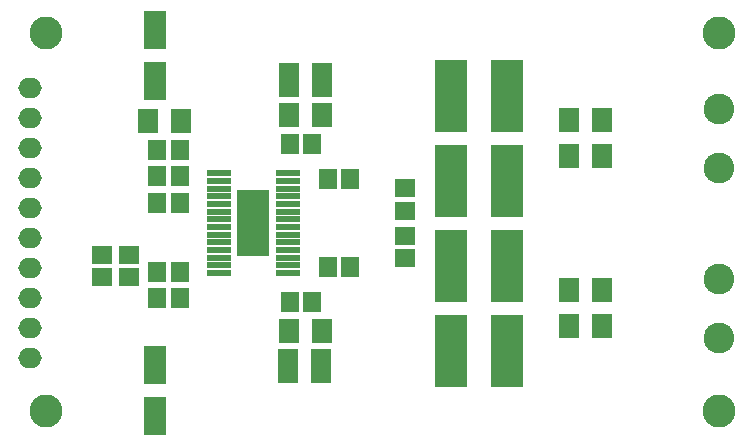
<source format=gbr>
G04 DipTrace 3.1.0.1*
G04 TAS5805Mbis2.TopMask.gbr*
%MOIN*%
G04 #@! TF.FileFunction,Soldermask,Top*
G04 #@! TF.Part,Single*
%ADD32C,0.11*%
%ADD42R,0.106457X0.224567*%
%ADD44R,0.078898X0.02378*%
%ADD46R,0.106457X0.244252*%
%ADD48C,0.10252*%
%ADD50O,0.078031X0.068031*%
%ADD52R,0.067087X0.059213*%
%ADD54R,0.059213X0.067087*%
%ADD56R,0.071024X0.078898*%
%ADD58R,0.071024X0.114331*%
%ADD60R,0.072992X0.130079*%
%FSLAX26Y26*%
G04*
G70*
G90*
G75*
G01*
G04 TopMask*
%LPD*%
D60*
X914003Y534488D3*
Y703780D3*
D58*
X1358885Y699843D3*
X1469121D3*
D56*
X1360853Y817953D3*
X1471089D3*
D54*
X1364790Y912441D3*
X1439593D3*
D60*
X915971Y1819921D3*
Y1650630D3*
D58*
X1360853Y1654567D3*
X1471089D3*
D56*
X1360853Y1536457D3*
X1471089D3*
D54*
X1364790Y1441969D3*
X1439593D3*
D56*
X893136Y1516772D3*
X1003373D3*
D54*
X922664Y1422283D3*
X997467D3*
Y1245118D3*
X922664D3*
Y926220D3*
X997467D3*
X1566365Y1323858D3*
X1491562D3*
D52*
X1747467Y1218543D3*
Y1293346D3*
D54*
X1566365Y1030551D3*
X1491562D3*
D52*
X1747467Y1135472D3*
Y1060669D3*
D56*
X2404160Y1519921D3*
X2293924D3*
X2404160Y1401024D3*
X2293924D3*
X2404160Y834094D3*
X2293924D3*
X2404160Y952992D3*
X2293924D3*
D32*
X2794711Y552205D3*
Y1812047D3*
X550617Y552205D3*
Y1812047D3*
D50*
X497467Y1027008D3*
Y927008D3*
Y827008D3*
Y727008D3*
X499436Y1227008D3*
Y1327008D3*
Y1127008D3*
Y1527008D3*
Y1627008D3*
Y1427008D3*
D48*
X2794711Y1362047D3*
Y1558898D3*
Y795118D3*
Y991969D3*
D46*
X1901010Y1602205D3*
X2089987D3*
X1901010Y1318740D3*
X2089987D3*
X1901010Y751811D3*
X2089987D3*
X1901010Y1035276D3*
X2089987D3*
D52*
X739593Y1071890D3*
Y997087D3*
X828176Y1071890D3*
Y997087D3*
D54*
X997467Y1333701D3*
X922664D3*
X997467Y1014803D3*
X922664D3*
D44*
X1129357Y1343543D3*
Y1317953D3*
Y1292362D3*
Y1266772D3*
Y1241181D3*
Y1215591D3*
Y1190000D3*
Y1164409D3*
Y1138819D3*
Y1113228D3*
Y1087638D3*
Y1062047D3*
Y1036457D3*
Y1010866D3*
X1357711D3*
X1357703Y1036457D3*
Y1062047D3*
Y1087638D3*
Y1113228D3*
Y1138819D3*
Y1164409D3*
Y1190000D3*
Y1215591D3*
Y1241181D3*
Y1266772D3*
Y1292362D3*
Y1317953D3*
Y1343543D3*
D42*
X1243534Y1177205D3*
M02*

</source>
